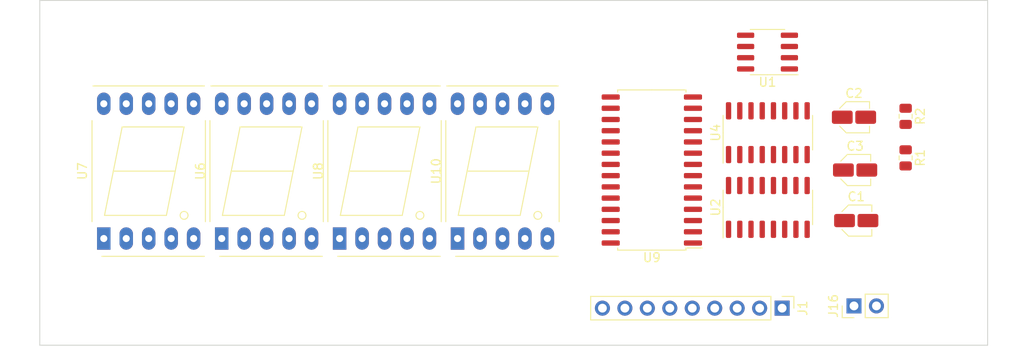
<source format=kicad_pcb>
(kicad_pcb (version 20171130) (host pcbnew "(5.1.9-0-10_14)")

  (general
    (thickness 1.6)
    (drawings 5)
    (tracks 0)
    (zones 0)
    (modules 19)
    (nets 39)
  )

  (page A4)
  (layers
    (0 F.Cu signal)
    (31 B.Cu signal)
    (32 B.Adhes user)
    (33 F.Adhes user)
    (34 B.Paste user)
    (35 F.Paste user)
    (36 B.SilkS user)
    (37 F.SilkS user)
    (38 B.Mask user)
    (39 F.Mask user)
    (40 Dwgs.User user)
    (41 Cmts.User user)
    (42 Eco1.User user)
    (43 Eco2.User user)
    (44 Edge.Cuts user)
    (45 Margin user)
    (46 B.CrtYd user)
    (47 F.CrtYd user)
    (48 B.Fab user)
    (49 F.Fab user)
  )

  (setup
    (last_trace_width 0.25)
    (user_trace_width 1.2)
    (trace_clearance 0.2)
    (zone_clearance 0.508)
    (zone_45_only no)
    (trace_min 0.2)
    (via_size 0.8)
    (via_drill 0.4)
    (via_min_size 0.4)
    (via_min_drill 0.3)
    (uvia_size 0.3)
    (uvia_drill 0.1)
    (uvias_allowed no)
    (uvia_min_size 0.2)
    (uvia_min_drill 0.1)
    (edge_width 0.1)
    (segment_width 0.2)
    (pcb_text_width 0.3)
    (pcb_text_size 1.5 1.5)
    (mod_edge_width 0.15)
    (mod_text_size 1 1)
    (mod_text_width 0.15)
    (pad_size 1.524 1.524)
    (pad_drill 0.762)
    (pad_to_mask_clearance 0)
    (aux_axis_origin 0 0)
    (visible_elements FFFFFF7F)
    (pcbplotparams
      (layerselection 0x010fc_ffffffff)
      (usegerberextensions false)
      (usegerberattributes true)
      (usegerberadvancedattributes true)
      (creategerberjobfile true)
      (excludeedgelayer true)
      (linewidth 0.100000)
      (plotframeref false)
      (viasonmask false)
      (mode 1)
      (useauxorigin false)
      (hpglpennumber 1)
      (hpglpenspeed 20)
      (hpglpendiameter 15.000000)
      (psnegative false)
      (psa4output false)
      (plotreference true)
      (plotvalue true)
      (plotinvisibletext false)
      (padsonsilk false)
      (subtractmaskfromsilk false)
      (outputformat 1)
      (mirror false)
      (drillshape 1)
      (scaleselection 1)
      (outputdirectory ""))
  )

  (net 0 "")
  (net 1 "Net-(C1-Pad2)")
  (net 2 GND)
  (net 3 "Net-(C2-Pad1)")
  (net 4 "Net-(R1-Pad1)")
  (net 5 VCC)
  (net 6 "Net-(U1-Pad4)")
  (net 7 /CLOCK_DISPLAY)
  (net 8 "Net-(U4-Pad7)")
  (net 9 "Net-(U10-Pad1)")
  (net 10 /F)
  (net 11 /G)
  (net 12 /E)
  (net 13 /D)
  (net 14 /DP)
  (net 15 /C)
  (net 16 /B)
  (net 17 /A)
  (net 18 /H)
  (net 19 "Net-(J1-Pad9)")
  (net 20 "Net-(J1-Pad8)")
  (net 21 "Net-(J1-Pad7)")
  (net 22 "Net-(J1-Pad6)")
  (net 23 "Net-(J1-Pad5)")
  (net 24 "Net-(J1-Pad4)")
  (net 25 "Net-(J1-Pad3)")
  (net 26 "Net-(J1-Pad2)")
  (net 27 "Net-(J1-Pad1)")
  (net 28 "Net-(U2-Pad10)")
  (net 29 "Net-(U2-Pad4)")
  (net 30 "Net-(U2-Pad7)")
  (net 31 "Net-(U4-Pad14)")
  (net 32 "Net-(U4-Pad13)")
  (net 33 "Net-(U4-Pad12)")
  (net 34 "Net-(U4-Pad11)")
  (net 35 "Net-(U4-Pad10)")
  (net 36 "Net-(U4-Pad9)")
  (net 37 "Net-(U9-Pad23)")
  (net 38 "Net-(U9-Pad2)")

  (net_class Default "This is the default net class."
    (clearance 0.2)
    (trace_width 0.25)
    (via_dia 0.8)
    (via_drill 0.4)
    (uvia_dia 0.3)
    (uvia_drill 0.1)
    (add_net /A)
    (add_net /B)
    (add_net /C)
    (add_net /CLOCK_DISPLAY)
    (add_net /D)
    (add_net /DP)
    (add_net /E)
    (add_net /F)
    (add_net /G)
    (add_net /H)
    (add_net GND)
    (add_net "Net-(C1-Pad2)")
    (add_net "Net-(C2-Pad1)")
    (add_net "Net-(J1-Pad1)")
    (add_net "Net-(J1-Pad2)")
    (add_net "Net-(J1-Pad3)")
    (add_net "Net-(J1-Pad4)")
    (add_net "Net-(J1-Pad5)")
    (add_net "Net-(J1-Pad6)")
    (add_net "Net-(J1-Pad7)")
    (add_net "Net-(J1-Pad8)")
    (add_net "Net-(J1-Pad9)")
    (add_net "Net-(R1-Pad1)")
    (add_net "Net-(U1-Pad4)")
    (add_net "Net-(U10-Pad1)")
    (add_net "Net-(U2-Pad10)")
    (add_net "Net-(U2-Pad4)")
    (add_net "Net-(U2-Pad7)")
    (add_net "Net-(U4-Pad10)")
    (add_net "Net-(U4-Pad11)")
    (add_net "Net-(U4-Pad12)")
    (add_net "Net-(U4-Pad13)")
    (add_net "Net-(U4-Pad14)")
    (add_net "Net-(U4-Pad7)")
    (add_net "Net-(U4-Pad9)")
    (add_net "Net-(U9-Pad2)")
    (add_net "Net-(U9-Pad23)")
    (add_net VCC)
  )

  (module MountingHole:MountingHole_2.5mm (layer F.Cu) (tedit 56D1B4CB) (tstamp 607E49CB)
    (at 119.761 97.282)
    (descr "Mounting Hole 2.5mm, no annular")
    (tags "mounting hole 2.5mm no annular")
    (attr virtual)
    (fp_text reference REF** (at 0 -3.5) (layer F.SilkS) hide
      (effects (font (size 1 1) (thickness 0.15)))
    )
    (fp_text value MountingHole_2.5mm (at 0 3.5) (layer F.Fab)
      (effects (font (size 1 1) (thickness 0.15)))
    )
    (fp_circle (center 0 0) (end 2.75 0) (layer F.CrtYd) (width 0.05))
    (fp_circle (center 0 0) (end 2.5 0) (layer Cmts.User) (width 0.15))
    (fp_text user %R (at 0.3 0) (layer F.Fab)
      (effects (font (size 1 1) (thickness 0.15)))
    )
    (pad 1 np_thru_hole circle (at 0 0) (size 2.5 2.5) (drill 2.5) (layers *.Cu *.Mask))
  )

  (module MountingHole:MountingHole_2.5mm (layer F.Cu) (tedit 56D1B4CB) (tstamp 607E49BD)
    (at 219.329 97.282)
    (descr "Mounting Hole 2.5mm, no annular")
    (tags "mounting hole 2.5mm no annular")
    (attr virtual)
    (fp_text reference REF** (at 0 -3.5) (layer F.SilkS) hide
      (effects (font (size 1 1) (thickness 0.15)))
    )
    (fp_text value MountingHole_2.5mm (at 0 3.5) (layer F.Fab)
      (effects (font (size 1 1) (thickness 0.15)))
    )
    (fp_text user %R (at 0.3 0) (layer F.Fab)
      (effects (font (size 1 1) (thickness 0.15)))
    )
    (fp_circle (center 0 0) (end 2.5 0) (layer Cmts.User) (width 0.15))
    (fp_circle (center 0 0) (end 2.75 0) (layer F.CrtYd) (width 0.05))
    (pad 1 np_thru_hole circle (at 0 0) (size 2.5 2.5) (drill 2.5) (layers *.Cu *.Mask))
  )

  (module MountingHole:MountingHole_2.5mm (layer F.Cu) (tedit 56D1B4CB) (tstamp 607E49AE)
    (at 219.329 65.786)
    (descr "Mounting Hole 2.5mm, no annular")
    (tags "mounting hole 2.5mm no annular")
    (attr virtual)
    (fp_text reference REF** (at 0 -3.5) (layer F.SilkS) hide
      (effects (font (size 1 1) (thickness 0.15)))
    )
    (fp_text value MountingHole_2.5mm (at 0 3.5) (layer F.Fab)
      (effects (font (size 1 1) (thickness 0.15)))
    )
    (fp_circle (center 0 0) (end 2.75 0) (layer F.CrtYd) (width 0.05))
    (fp_circle (center 0 0) (end 2.5 0) (layer Cmts.User) (width 0.15))
    (fp_text user %R (at 0.3 0) (layer F.Fab)
      (effects (font (size 1 1) (thickness 0.15)))
    )
    (pad 1 np_thru_hole circle (at 0 0) (size 2.5 2.5) (drill 2.5) (layers *.Cu *.Mask))
  )

  (module MountingHole:MountingHole_2.5mm (layer F.Cu) (tedit 56D1B4CB) (tstamp 607E4994)
    (at 119.634 65.659)
    (descr "Mounting Hole 2.5mm, no annular")
    (tags "mounting hole 2.5mm no annular")
    (attr virtual)
    (fp_text reference REF** (at 0 -3.5) (layer F.SilkS) hide
      (effects (font (size 1 1) (thickness 0.15)))
    )
    (fp_text value MountingHole_2.5mm (at 0 3.5) (layer F.Fab)
      (effects (font (size 1 1) (thickness 0.15)))
    )
    (fp_text user %R (at 0.3 0) (layer F.Fab)
      (effects (font (size 1 1) (thickness 0.15)))
    )
    (fp_circle (center 0 0) (end 2.5 0) (layer Cmts.User) (width 0.15))
    (fp_circle (center 0 0) (end 2.75 0) (layer F.CrtYd) (width 0.05))
    (pad 1 np_thru_hole circle (at 0 0) (size 2.5 2.5) (drill 2.5) (layers *.Cu *.Mask))
  )

  (module Resistor_SMD:R_0805_2012Metric (layer F.Cu) (tedit 5F68FEEE) (tstamp 607E4EB8)
    (at 213.995 75.0805 270)
    (descr "Resistor SMD 0805 (2012 Metric), square (rectangular) end terminal, IPC_7351 nominal, (Body size source: IPC-SM-782 page 72, https://www.pcb-3d.com/wordpress/wp-content/uploads/ipc-sm-782a_amendment_1_and_2.pdf), generated with kicad-footprint-generator")
    (tags resistor)
    (path /61313112)
    (attr smd)
    (fp_text reference R2 (at 0 -1.65 90) (layer F.SilkS)
      (effects (font (size 1 1) (thickness 0.15)))
    )
    (fp_text value R_US (at 0 1.65 90) (layer F.Fab)
      (effects (font (size 1 1) (thickness 0.15)))
    )
    (fp_text user %R (at 0 0 90) (layer F.Fab)
      (effects (font (size 0.5 0.5) (thickness 0.08)))
    )
    (fp_line (start -1 0.625) (end -1 -0.625) (layer F.Fab) (width 0.1))
    (fp_line (start -1 -0.625) (end 1 -0.625) (layer F.Fab) (width 0.1))
    (fp_line (start 1 -0.625) (end 1 0.625) (layer F.Fab) (width 0.1))
    (fp_line (start 1 0.625) (end -1 0.625) (layer F.Fab) (width 0.1))
    (fp_line (start -0.227064 -0.735) (end 0.227064 -0.735) (layer F.SilkS) (width 0.12))
    (fp_line (start -0.227064 0.735) (end 0.227064 0.735) (layer F.SilkS) (width 0.12))
    (fp_line (start -1.68 0.95) (end -1.68 -0.95) (layer F.CrtYd) (width 0.05))
    (fp_line (start -1.68 -0.95) (end 1.68 -0.95) (layer F.CrtYd) (width 0.05))
    (fp_line (start 1.68 -0.95) (end 1.68 0.95) (layer F.CrtYd) (width 0.05))
    (fp_line (start 1.68 0.95) (end -1.68 0.95) (layer F.CrtYd) (width 0.05))
    (pad 2 smd roundrect (at 0.9125 0 270) (size 1.025 1.4) (layers F.Cu F.Paste F.Mask) (roundrect_rratio 0.243902)
      (net 5 VCC))
    (pad 1 smd roundrect (at -0.9125 0 270) (size 1.025 1.4) (layers F.Cu F.Paste F.Mask) (roundrect_rratio 0.243902)
      (net 4 "Net-(R1-Pad1)"))
    (model ${KISYS3DMOD}/Resistor_SMD.3dshapes/R_0805_2012Metric.wrl
      (at (xyz 0 0 0))
      (scale (xyz 1 1 1))
      (rotate (xyz 0 0 0))
    )
  )

  (module Resistor_SMD:R_0805_2012Metric (layer F.Cu) (tedit 5F68FEEE) (tstamp 607E4EE8)
    (at 213.995 79.7795 270)
    (descr "Resistor SMD 0805 (2012 Metric), square (rectangular) end terminal, IPC_7351 nominal, (Body size source: IPC-SM-782 page 72, https://www.pcb-3d.com/wordpress/wp-content/uploads/ipc-sm-782a_amendment_1_and_2.pdf), generated with kicad-footprint-generator")
    (tags resistor)
    (path /613007A4)
    (attr smd)
    (fp_text reference R1 (at 0 -1.65 90) (layer F.SilkS)
      (effects (font (size 1 1) (thickness 0.15)))
    )
    (fp_text value R_US (at 0 1.65 90) (layer F.Fab)
      (effects (font (size 1 1) (thickness 0.15)))
    )
    (fp_text user %R (at 0 0 90) (layer F.Fab)
      (effects (font (size 0.5 0.5) (thickness 0.08)))
    )
    (fp_line (start -1 0.625) (end -1 -0.625) (layer F.Fab) (width 0.1))
    (fp_line (start -1 -0.625) (end 1 -0.625) (layer F.Fab) (width 0.1))
    (fp_line (start 1 -0.625) (end 1 0.625) (layer F.Fab) (width 0.1))
    (fp_line (start 1 0.625) (end -1 0.625) (layer F.Fab) (width 0.1))
    (fp_line (start -0.227064 -0.735) (end 0.227064 -0.735) (layer F.SilkS) (width 0.12))
    (fp_line (start -0.227064 0.735) (end 0.227064 0.735) (layer F.SilkS) (width 0.12))
    (fp_line (start -1.68 0.95) (end -1.68 -0.95) (layer F.CrtYd) (width 0.05))
    (fp_line (start -1.68 -0.95) (end 1.68 -0.95) (layer F.CrtYd) (width 0.05))
    (fp_line (start 1.68 -0.95) (end 1.68 0.95) (layer F.CrtYd) (width 0.05))
    (fp_line (start 1.68 0.95) (end -1.68 0.95) (layer F.CrtYd) (width 0.05))
    (pad 2 smd roundrect (at 0.9125 0 270) (size 1.025 1.4) (layers F.Cu F.Paste F.Mask) (roundrect_rratio 0.243902)
      (net 1 "Net-(C1-Pad2)"))
    (pad 1 smd roundrect (at -0.9125 0 270) (size 1.025 1.4) (layers F.Cu F.Paste F.Mask) (roundrect_rratio 0.243902)
      (net 4 "Net-(R1-Pad1)"))
    (model ${KISYS3DMOD}/Resistor_SMD.3dshapes/R_0805_2012Metric.wrl
      (at (xyz 0 0 0))
      (scale (xyz 1 1 1))
      (rotate (xyz 0 0 0))
    )
  )

  (module Display_7Segment:7SegmentLED_LTS6760_LTS6780 (layer F.Cu) (tedit 5D86971C) (tstamp 607E4A6F)
    (at 163.322 88.9 90)
    (descr "7-Segment Display, LTS67x0, http://optoelectronics.liteon.com/upload/download/DS30-2001-355/S6760jd.pdf")
    (tags "7Segment LED LTS6760 LTS6780")
    (path /611D7A6E)
    (fp_text reference U10 (at 7.62 -2.42 90) (layer F.SilkS)
      (effects (font (size 1 1) (thickness 0.15)))
    )
    (fp_text value HDSP-7503 (at 7.62 12.58 90) (layer F.Fab)
      (effects (font (size 1 1) (thickness 0.15)))
    )
    (fp_text user %R (at 7.87 5.08 90) (layer F.Fab)
      (effects (font (size 1 1) (thickness 0.15)))
    )
    (fp_line (start -0.905 -1.22) (end 17.145 -1.22) (layer F.Fab) (width 0.1))
    (fp_circle (center 2.62 9.08) (end 3.067214 9.08) (layer F.SilkS) (width 0.12))
    (fp_line (start 12.62 2.08) (end 12.62 9.08) (layer F.SilkS) (width 0.12))
    (fp_line (start 7.62 8.08) (end 7.62 1.08) (layer F.SilkS) (width 0.12))
    (fp_line (start 12.62 9.08) (end 7.62 8.08) (layer F.SilkS) (width 0.12))
    (fp_line (start 2.62 7.08) (end 7.62 8.08) (layer F.SilkS) (width 0.12))
    (fp_line (start 2.62 0.08) (end 2.62 7.08) (layer F.SilkS) (width 0.12))
    (fp_line (start 7.62 1.08) (end 2.62 0.08) (layer F.SilkS) (width 0.12))
    (fp_line (start 12.62 2.08) (end 7.62 1.08) (layer F.SilkS) (width 0.12))
    (fp_line (start -1.905 11.38) (end 17.145 11.38) (layer F.Fab) (width 0.1))
    (fp_line (start -1.905 -0.22) (end -1.905 11.38) (layer F.Fab) (width 0.1))
    (fp_line (start 17.145 11.38) (end 17.145 -1.22) (layer F.Fab) (width 0.1))
    (fp_line (start -0.905 -1.22) (end -1.905 -0.22) (layer F.Fab) (width 0.1))
    (fp_line (start -2.16 11.63) (end 17.4 11.63) (layer F.CrtYd) (width 0.05))
    (fp_line (start -2.16 -1.47) (end 17.4 -1.47) (layer F.CrtYd) (width 0.05))
    (fp_line (start 17.4 -1.47) (end 17.4 11.63) (layer F.CrtYd) (width 0.05))
    (fp_line (start -2.16 -1.47) (end -2.16 11.63) (layer F.CrtYd) (width 0.05))
    (fp_line (start 17.255 11.38) (end 17.255 -1.22) (layer F.SilkS) (width 0.12))
    (fp_line (start -2.015 -0.22) (end -2.015 11.38) (layer F.SilkS) (width 0.12))
    (fp_line (start 1.905 11.49) (end 13.335 11.49) (layer F.SilkS) (width 0.12))
    (fp_line (start 1.905 -1.33) (end 13.335 -1.33) (layer F.SilkS) (width 0.12))
    (pad 1 thru_hole rect (at 0 0) (size 1.524 2.524) (drill 0.8) (layers *.Cu *.Mask)
      (net 9 "Net-(U10-Pad1)"))
    (pad 2 thru_hole oval (at 0 2.54) (size 1.524 2.524) (drill 0.8) (layers *.Cu *.Mask)
      (net 10 /F))
    (pad 3 thru_hole oval (at 0 5.08) (size 1.524 2.524) (drill 0.8) (layers *.Cu *.Mask)
      (net 11 /G))
    (pad 4 thru_hole oval (at 0 7.62) (size 1.524 2.524) (drill 0.8) (layers *.Cu *.Mask)
      (net 12 /E))
    (pad 5 thru_hole oval (at 0 10.16) (size 1.524 2.524) (drill 0.8) (layers *.Cu *.Mask)
      (net 13 /D))
    (pad 6 thru_hole oval (at 15.24 10.16) (size 1.524 2.524) (drill 0.8) (layers *.Cu *.Mask)
      (net 9 "Net-(U10-Pad1)"))
    (pad 7 thru_hole oval (at 15.24 7.62) (size 1.524 2.524) (drill 0.8) (layers *.Cu *.Mask)
      (net 14 /DP))
    (pad 8 thru_hole oval (at 15.24 5.08) (size 1.524 2.524) (drill 0.8) (layers *.Cu *.Mask)
      (net 15 /C))
    (pad 9 thru_hole oval (at 15.24 2.54) (size 1.524 2.524) (drill 0.8) (layers *.Cu *.Mask)
      (net 16 /B))
    (pad 10 thru_hole oval (at 15.24 0) (size 1.524 2.524) (drill 0.8) (layers *.Cu *.Mask)
      (net 17 /A))
    (model ${KISYS3DMOD}/Display_7Segment.3dshapes/7SegmentLED_LTS6760_LTS6780.wrl
      (at (xyz 0 0 0))
      (scale (xyz 1 1 1))
      (rotate (xyz 0 0 0))
    )
  )

  (module Package_SO:SOIC-28W_7.5x17.9mm_P1.27mm (layer F.Cu) (tedit 5D9F72B1) (tstamp 607E30A0)
    (at 185.293 81.153 180)
    (descr "SOIC, 28 Pin (JEDEC MS-013AE, https://www.analog.com/media/en/package-pcb-resources/package/35833120341221rw_28.pdf), generated with kicad-footprint-generator ipc_gullwing_generator.py")
    (tags "SOIC SO")
    (path /611B6E4E)
    (attr smd)
    (fp_text reference U9 (at 0 -9.9) (layer F.SilkS)
      (effects (font (size 1 1) (thickness 0.15)))
    )
    (fp_text value AT28C256 (at 0 9.9) (layer F.Fab)
      (effects (font (size 1 1) (thickness 0.15)))
    )
    (fp_text user %R (at 0 0) (layer F.Fab)
      (effects (font (size 1 1) (thickness 0.15)))
    )
    (fp_line (start 0 9.06) (end 3.86 9.06) (layer F.SilkS) (width 0.12))
    (fp_line (start 3.86 9.06) (end 3.86 8.815) (layer F.SilkS) (width 0.12))
    (fp_line (start 0 9.06) (end -3.86 9.06) (layer F.SilkS) (width 0.12))
    (fp_line (start -3.86 9.06) (end -3.86 8.815) (layer F.SilkS) (width 0.12))
    (fp_line (start 0 -9.06) (end 3.86 -9.06) (layer F.SilkS) (width 0.12))
    (fp_line (start 3.86 -9.06) (end 3.86 -8.815) (layer F.SilkS) (width 0.12))
    (fp_line (start 0 -9.06) (end -3.86 -9.06) (layer F.SilkS) (width 0.12))
    (fp_line (start -3.86 -9.06) (end -3.86 -8.815) (layer F.SilkS) (width 0.12))
    (fp_line (start -3.86 -8.815) (end -5.675 -8.815) (layer F.SilkS) (width 0.12))
    (fp_line (start -2.75 -8.95) (end 3.75 -8.95) (layer F.Fab) (width 0.1))
    (fp_line (start 3.75 -8.95) (end 3.75 8.95) (layer F.Fab) (width 0.1))
    (fp_line (start 3.75 8.95) (end -3.75 8.95) (layer F.Fab) (width 0.1))
    (fp_line (start -3.75 8.95) (end -3.75 -7.95) (layer F.Fab) (width 0.1))
    (fp_line (start -3.75 -7.95) (end -2.75 -8.95) (layer F.Fab) (width 0.1))
    (fp_line (start -5.93 -9.2) (end -5.93 9.2) (layer F.CrtYd) (width 0.05))
    (fp_line (start -5.93 9.2) (end 5.93 9.2) (layer F.CrtYd) (width 0.05))
    (fp_line (start 5.93 9.2) (end 5.93 -9.2) (layer F.CrtYd) (width 0.05))
    (fp_line (start 5.93 -9.2) (end -5.93 -9.2) (layer F.CrtYd) (width 0.05))
    (pad 28 smd roundrect (at 4.65 -8.255 180) (size 2.05 0.6) (layers F.Cu F.Paste F.Mask) (roundrect_rratio 0.25)
      (net 5 VCC))
    (pad 27 smd roundrect (at 4.65 -6.985 180) (size 2.05 0.6) (layers F.Cu F.Paste F.Mask) (roundrect_rratio 0.25)
      (net 5 VCC))
    (pad 26 smd roundrect (at 4.65 -5.715 180) (size 2.05 0.6) (layers F.Cu F.Paste F.Mask) (roundrect_rratio 0.25))
    (pad 25 smd roundrect (at 4.65 -4.445 180) (size 2.05 0.6) (layers F.Cu F.Paste F.Mask) (roundrect_rratio 0.25)
      (net 19 "Net-(J1-Pad9)"))
    (pad 24 smd roundrect (at 4.65 -3.175 180) (size 2.05 0.6) (layers F.Cu F.Paste F.Mask) (roundrect_rratio 0.25)
      (net 29 "Net-(U2-Pad4)"))
    (pad 23 smd roundrect (at 4.65 -1.905 180) (size 2.05 0.6) (layers F.Cu F.Paste F.Mask) (roundrect_rratio 0.25)
      (net 37 "Net-(U9-Pad23)"))
    (pad 22 smd roundrect (at 4.65 -0.635 180) (size 2.05 0.6) (layers F.Cu F.Paste F.Mask) (roundrect_rratio 0.25)
      (net 2 GND))
    (pad 21 smd roundrect (at 4.65 0.635 180) (size 2.05 0.6) (layers F.Cu F.Paste F.Mask) (roundrect_rratio 0.25)
      (net 5 VCC))
    (pad 20 smd roundrect (at 4.65 1.905 180) (size 2.05 0.6) (layers F.Cu F.Paste F.Mask) (roundrect_rratio 0.25)
      (net 2 GND))
    (pad 19 smd roundrect (at 4.65 3.175 180) (size 2.05 0.6) (layers F.Cu F.Paste F.Mask) (roundrect_rratio 0.25)
      (net 18 /H))
    (pad 18 smd roundrect (at 4.65 4.445 180) (size 2.05 0.6) (layers F.Cu F.Paste F.Mask) (roundrect_rratio 0.25)
      (net 11 /G))
    (pad 17 smd roundrect (at 4.65 5.715 180) (size 2.05 0.6) (layers F.Cu F.Paste F.Mask) (roundrect_rratio 0.25)
      (net 10 /F))
    (pad 16 smd roundrect (at 4.65 6.985 180) (size 2.05 0.6) (layers F.Cu F.Paste F.Mask) (roundrect_rratio 0.25)
      (net 12 /E))
    (pad 15 smd roundrect (at 4.65 8.255 180) (size 2.05 0.6) (layers F.Cu F.Paste F.Mask) (roundrect_rratio 0.25)
      (net 13 /D))
    (pad 14 smd roundrect (at -4.65 8.255 180) (size 2.05 0.6) (layers F.Cu F.Paste F.Mask) (roundrect_rratio 0.25)
      (net 2 GND))
    (pad 13 smd roundrect (at -4.65 6.985 180) (size 2.05 0.6) (layers F.Cu F.Paste F.Mask) (roundrect_rratio 0.25)
      (net 15 /C))
    (pad 12 smd roundrect (at -4.65 5.715 180) (size 2.05 0.6) (layers F.Cu F.Paste F.Mask) (roundrect_rratio 0.25)
      (net 16 /B))
    (pad 11 smd roundrect (at -4.65 4.445 180) (size 2.05 0.6) (layers F.Cu F.Paste F.Mask) (roundrect_rratio 0.25)
      (net 17 /A))
    (pad 10 smd roundrect (at -4.65 3.175 180) (size 2.05 0.6) (layers F.Cu F.Paste F.Mask) (roundrect_rratio 0.25)
      (net 27 "Net-(J1-Pad1)"))
    (pad 9 smd roundrect (at -4.65 1.905 180) (size 2.05 0.6) (layers F.Cu F.Paste F.Mask) (roundrect_rratio 0.25)
      (net 26 "Net-(J1-Pad2)"))
    (pad 8 smd roundrect (at -4.65 0.635 180) (size 2.05 0.6) (layers F.Cu F.Paste F.Mask) (roundrect_rratio 0.25)
      (net 25 "Net-(J1-Pad3)"))
    (pad 7 smd roundrect (at -4.65 -0.635 180) (size 2.05 0.6) (layers F.Cu F.Paste F.Mask) (roundrect_rratio 0.25)
      (net 24 "Net-(J1-Pad4)"))
    (pad 6 smd roundrect (at -4.65 -1.905 180) (size 2.05 0.6) (layers F.Cu F.Paste F.Mask) (roundrect_rratio 0.25)
      (net 23 "Net-(J1-Pad5)"))
    (pad 5 smd roundrect (at -4.65 -3.175 180) (size 2.05 0.6) (layers F.Cu F.Paste F.Mask) (roundrect_rratio 0.25)
      (net 22 "Net-(J1-Pad6)"))
    (pad 4 smd roundrect (at -4.65 -4.445 180) (size 2.05 0.6) (layers F.Cu F.Paste F.Mask) (roundrect_rratio 0.25)
      (net 21 "Net-(J1-Pad7)"))
    (pad 3 smd roundrect (at -4.65 -5.715 180) (size 2.05 0.6) (layers F.Cu F.Paste F.Mask) (roundrect_rratio 0.25)
      (net 20 "Net-(J1-Pad8)"))
    (pad 2 smd roundrect (at -4.65 -6.985 180) (size 2.05 0.6) (layers F.Cu F.Paste F.Mask) (roundrect_rratio 0.25)
      (net 38 "Net-(U9-Pad2)"))
    (pad 1 smd roundrect (at -4.65 -8.255 180) (size 2.05 0.6) (layers F.Cu F.Paste F.Mask) (roundrect_rratio 0.25))
    (model ${KISYS3DMOD}/Package_SO.3dshapes/SOIC-28W_7.5x17.9mm_P1.27mm.wrl
      (at (xyz 0 0 0))
      (scale (xyz 1 1 1))
      (rotate (xyz 0 0 0))
    )
  )

  (module Display_7Segment:7SegmentLED_LTS6760_LTS6780 (layer F.Cu) (tedit 5D86971C) (tstamp 607E306D)
    (at 149.987 88.9 90)
    (descr "7-Segment Display, LTS67x0, http://optoelectronics.liteon.com/upload/download/DS30-2001-355/S6760jd.pdf")
    (tags "7Segment LED LTS6760 LTS6780")
    (path /611D6A0B)
    (fp_text reference U8 (at 7.62 -2.42 90) (layer F.SilkS)
      (effects (font (size 1 1) (thickness 0.15)))
    )
    (fp_text value HDSP-7503 (at 7.62 12.58 90) (layer F.Fab)
      (effects (font (size 1 1) (thickness 0.15)))
    )
    (fp_text user %R (at 7.87 5.08 90) (layer F.Fab)
      (effects (font (size 1 1) (thickness 0.15)))
    )
    (fp_line (start -0.905 -1.22) (end 17.145 -1.22) (layer F.Fab) (width 0.1))
    (fp_circle (center 2.62 9.08) (end 3.067214 9.08) (layer F.SilkS) (width 0.12))
    (fp_line (start 12.62 2.08) (end 12.62 9.08) (layer F.SilkS) (width 0.12))
    (fp_line (start 7.62 8.08) (end 7.62 1.08) (layer F.SilkS) (width 0.12))
    (fp_line (start 12.62 9.08) (end 7.62 8.08) (layer F.SilkS) (width 0.12))
    (fp_line (start 2.62 7.08) (end 7.62 8.08) (layer F.SilkS) (width 0.12))
    (fp_line (start 2.62 0.08) (end 2.62 7.08) (layer F.SilkS) (width 0.12))
    (fp_line (start 7.62 1.08) (end 2.62 0.08) (layer F.SilkS) (width 0.12))
    (fp_line (start 12.62 2.08) (end 7.62 1.08) (layer F.SilkS) (width 0.12))
    (fp_line (start -1.905 11.38) (end 17.145 11.38) (layer F.Fab) (width 0.1))
    (fp_line (start -1.905 -0.22) (end -1.905 11.38) (layer F.Fab) (width 0.1))
    (fp_line (start 17.145 11.38) (end 17.145 -1.22) (layer F.Fab) (width 0.1))
    (fp_line (start -0.905 -1.22) (end -1.905 -0.22) (layer F.Fab) (width 0.1))
    (fp_line (start -2.16 11.63) (end 17.4 11.63) (layer F.CrtYd) (width 0.05))
    (fp_line (start -2.16 -1.47) (end 17.4 -1.47) (layer F.CrtYd) (width 0.05))
    (fp_line (start 17.4 -1.47) (end 17.4 11.63) (layer F.CrtYd) (width 0.05))
    (fp_line (start -2.16 -1.47) (end -2.16 11.63) (layer F.CrtYd) (width 0.05))
    (fp_line (start 17.255 11.38) (end 17.255 -1.22) (layer F.SilkS) (width 0.12))
    (fp_line (start -2.015 -0.22) (end -2.015 11.38) (layer F.SilkS) (width 0.12))
    (fp_line (start 1.905 11.49) (end 13.335 11.49) (layer F.SilkS) (width 0.12))
    (fp_line (start 1.905 -1.33) (end 13.335 -1.33) (layer F.SilkS) (width 0.12))
    (pad 1 thru_hole rect (at 0 0) (size 1.524 2.524) (drill 0.8) (layers *.Cu *.Mask)
      (net 31 "Net-(U4-Pad14)"))
    (pad 2 thru_hole oval (at 0 2.54) (size 1.524 2.524) (drill 0.8) (layers *.Cu *.Mask)
      (net 10 /F))
    (pad 3 thru_hole oval (at 0 5.08) (size 1.524 2.524) (drill 0.8) (layers *.Cu *.Mask)
      (net 11 /G))
    (pad 4 thru_hole oval (at 0 7.62) (size 1.524 2.524) (drill 0.8) (layers *.Cu *.Mask)
      (net 12 /E))
    (pad 5 thru_hole oval (at 0 10.16) (size 1.524 2.524) (drill 0.8) (layers *.Cu *.Mask)
      (net 13 /D))
    (pad 6 thru_hole oval (at 15.24 10.16) (size 1.524 2.524) (drill 0.8) (layers *.Cu *.Mask)
      (net 31 "Net-(U4-Pad14)"))
    (pad 7 thru_hole oval (at 15.24 7.62) (size 1.524 2.524) (drill 0.8) (layers *.Cu *.Mask)
      (net 14 /DP))
    (pad 8 thru_hole oval (at 15.24 5.08) (size 1.524 2.524) (drill 0.8) (layers *.Cu *.Mask)
      (net 15 /C))
    (pad 9 thru_hole oval (at 15.24 2.54) (size 1.524 2.524) (drill 0.8) (layers *.Cu *.Mask)
      (net 16 /B))
    (pad 10 thru_hole oval (at 15.24 0) (size 1.524 2.524) (drill 0.8) (layers *.Cu *.Mask)
      (net 17 /A))
    (model ${KISYS3DMOD}/Display_7Segment.3dshapes/7SegmentLED_LTS6760_LTS6780.wrl
      (at (xyz 0 0 0))
      (scale (xyz 1 1 1))
      (rotate (xyz 0 0 0))
    )
  )

  (module Display_7Segment:7SegmentLED_LTS6760_LTS6780 (layer F.Cu) (tedit 5D86971C) (tstamp 607E3049)
    (at 123.317 88.9 90)
    (descr "7-Segment Display, LTS67x0, http://optoelectronics.liteon.com/upload/download/DS30-2001-355/S6760jd.pdf")
    (tags "7Segment LED LTS6760 LTS6780")
    (path /611D5B8F)
    (fp_text reference U7 (at 7.62 -2.42 90) (layer F.SilkS)
      (effects (font (size 1 1) (thickness 0.15)))
    )
    (fp_text value HDSP-7503 (at 7.62 12.58 90) (layer F.Fab)
      (effects (font (size 1 1) (thickness 0.15)))
    )
    (fp_text user %R (at 7.87 5.08 90) (layer F.Fab)
      (effects (font (size 1 1) (thickness 0.15)))
    )
    (fp_line (start -0.905 -1.22) (end 17.145 -1.22) (layer F.Fab) (width 0.1))
    (fp_circle (center 2.62 9.08) (end 3.067214 9.08) (layer F.SilkS) (width 0.12))
    (fp_line (start 12.62 2.08) (end 12.62 9.08) (layer F.SilkS) (width 0.12))
    (fp_line (start 7.62 8.08) (end 7.62 1.08) (layer F.SilkS) (width 0.12))
    (fp_line (start 12.62 9.08) (end 7.62 8.08) (layer F.SilkS) (width 0.12))
    (fp_line (start 2.62 7.08) (end 7.62 8.08) (layer F.SilkS) (width 0.12))
    (fp_line (start 2.62 0.08) (end 2.62 7.08) (layer F.SilkS) (width 0.12))
    (fp_line (start 7.62 1.08) (end 2.62 0.08) (layer F.SilkS) (width 0.12))
    (fp_line (start 12.62 2.08) (end 7.62 1.08) (layer F.SilkS) (width 0.12))
    (fp_line (start -1.905 11.38) (end 17.145 11.38) (layer F.Fab) (width 0.1))
    (fp_line (start -1.905 -0.22) (end -1.905 11.38) (layer F.Fab) (width 0.1))
    (fp_line (start 17.145 11.38) (end 17.145 -1.22) (layer F.Fab) (width 0.1))
    (fp_line (start -0.905 -1.22) (end -1.905 -0.22) (layer F.Fab) (width 0.1))
    (fp_line (start -2.16 11.63) (end 17.4 11.63) (layer F.CrtYd) (width 0.05))
    (fp_line (start -2.16 -1.47) (end 17.4 -1.47) (layer F.CrtYd) (width 0.05))
    (fp_line (start 17.4 -1.47) (end 17.4 11.63) (layer F.CrtYd) (width 0.05))
    (fp_line (start -2.16 -1.47) (end -2.16 11.63) (layer F.CrtYd) (width 0.05))
    (fp_line (start 17.255 11.38) (end 17.255 -1.22) (layer F.SilkS) (width 0.12))
    (fp_line (start -2.015 -0.22) (end -2.015 11.38) (layer F.SilkS) (width 0.12))
    (fp_line (start 1.905 11.49) (end 13.335 11.49) (layer F.SilkS) (width 0.12))
    (fp_line (start 1.905 -1.33) (end 13.335 -1.33) (layer F.SilkS) (width 0.12))
    (pad 1 thru_hole rect (at 0 0) (size 1.524 2.524) (drill 0.8) (layers *.Cu *.Mask)
      (net 32 "Net-(U4-Pad13)"))
    (pad 2 thru_hole oval (at 0 2.54) (size 1.524 2.524) (drill 0.8) (layers *.Cu *.Mask)
      (net 10 /F))
    (pad 3 thru_hole oval (at 0 5.08) (size 1.524 2.524) (drill 0.8) (layers *.Cu *.Mask)
      (net 11 /G))
    (pad 4 thru_hole oval (at 0 7.62) (size 1.524 2.524) (drill 0.8) (layers *.Cu *.Mask)
      (net 12 /E))
    (pad 5 thru_hole oval (at 0 10.16) (size 1.524 2.524) (drill 0.8) (layers *.Cu *.Mask)
      (net 13 /D))
    (pad 6 thru_hole oval (at 15.24 10.16) (size 1.524 2.524) (drill 0.8) (layers *.Cu *.Mask)
      (net 32 "Net-(U4-Pad13)"))
    (pad 7 thru_hole oval (at 15.24 7.62) (size 1.524 2.524) (drill 0.8) (layers *.Cu *.Mask)
      (net 14 /DP))
    (pad 8 thru_hole oval (at 15.24 5.08) (size 1.524 2.524) (drill 0.8) (layers *.Cu *.Mask)
      (net 15 /C))
    (pad 9 thru_hole oval (at 15.24 2.54) (size 1.524 2.524) (drill 0.8) (layers *.Cu *.Mask)
      (net 16 /B))
    (pad 10 thru_hole oval (at 15.24 0) (size 1.524 2.524) (drill 0.8) (layers *.Cu *.Mask)
      (net 17 /A))
    (model ${KISYS3DMOD}/Display_7Segment.3dshapes/7SegmentLED_LTS6760_LTS6780.wrl
      (at (xyz 0 0 0))
      (scale (xyz 1 1 1))
      (rotate (xyz 0 0 0))
    )
  )

  (module Display_7Segment:7SegmentLED_LTS6760_LTS6780 (layer F.Cu) (tedit 5D86971C) (tstamp 607E3025)
    (at 136.652 88.9 90)
    (descr "7-Segment Display, LTS67x0, http://optoelectronics.liteon.com/upload/download/DS30-2001-355/S6760jd.pdf")
    (tags "7Segment LED LTS6760 LTS6780")
    (path /611D415F)
    (fp_text reference U6 (at 7.62 -2.42 90) (layer F.SilkS)
      (effects (font (size 1 1) (thickness 0.15)))
    )
    (fp_text value HDSP-7503 (at 7.62 12.58 90) (layer F.Fab)
      (effects (font (size 1 1) (thickness 0.15)))
    )
    (fp_text user %R (at 7.87 5.08 90) (layer F.Fab)
      (effects (font (size 1 1) (thickness 0.15)))
    )
    (fp_line (start -0.905 -1.22) (end 17.145 -1.22) (layer F.Fab) (width 0.1))
    (fp_circle (center 2.62 9.08) (end 3.067214 9.08) (layer F.SilkS) (width 0.12))
    (fp_line (start 12.62 2.08) (end 12.62 9.08) (layer F.SilkS) (width 0.12))
    (fp_line (start 7.62 8.08) (end 7.62 1.08) (layer F.SilkS) (width 0.12))
    (fp_line (start 12.62 9.08) (end 7.62 8.08) (layer F.SilkS) (width 0.12))
    (fp_line (start 2.62 7.08) (end 7.62 8.08) (layer F.SilkS) (width 0.12))
    (fp_line (start 2.62 0.08) (end 2.62 7.08) (layer F.SilkS) (width 0.12))
    (fp_line (start 7.62 1.08) (end 2.62 0.08) (layer F.SilkS) (width 0.12))
    (fp_line (start 12.62 2.08) (end 7.62 1.08) (layer F.SilkS) (width 0.12))
    (fp_line (start -1.905 11.38) (end 17.145 11.38) (layer F.Fab) (width 0.1))
    (fp_line (start -1.905 -0.22) (end -1.905 11.38) (layer F.Fab) (width 0.1))
    (fp_line (start 17.145 11.38) (end 17.145 -1.22) (layer F.Fab) (width 0.1))
    (fp_line (start -0.905 -1.22) (end -1.905 -0.22) (layer F.Fab) (width 0.1))
    (fp_line (start -2.16 11.63) (end 17.4 11.63) (layer F.CrtYd) (width 0.05))
    (fp_line (start -2.16 -1.47) (end 17.4 -1.47) (layer F.CrtYd) (width 0.05))
    (fp_line (start 17.4 -1.47) (end 17.4 11.63) (layer F.CrtYd) (width 0.05))
    (fp_line (start -2.16 -1.47) (end -2.16 11.63) (layer F.CrtYd) (width 0.05))
    (fp_line (start 17.255 11.38) (end 17.255 -1.22) (layer F.SilkS) (width 0.12))
    (fp_line (start -2.015 -0.22) (end -2.015 11.38) (layer F.SilkS) (width 0.12))
    (fp_line (start 1.905 11.49) (end 13.335 11.49) (layer F.SilkS) (width 0.12))
    (fp_line (start 1.905 -1.33) (end 13.335 -1.33) (layer F.SilkS) (width 0.12))
    (pad 1 thru_hole rect (at 0 0) (size 1.524 2.524) (drill 0.8) (layers *.Cu *.Mask)
      (net 33 "Net-(U4-Pad12)"))
    (pad 2 thru_hole oval (at 0 2.54) (size 1.524 2.524) (drill 0.8) (layers *.Cu *.Mask)
      (net 10 /F))
    (pad 3 thru_hole oval (at 0 5.08) (size 1.524 2.524) (drill 0.8) (layers *.Cu *.Mask)
      (net 11 /G))
    (pad 4 thru_hole oval (at 0 7.62) (size 1.524 2.524) (drill 0.8) (layers *.Cu *.Mask)
      (net 12 /E))
    (pad 5 thru_hole oval (at 0 10.16) (size 1.524 2.524) (drill 0.8) (layers *.Cu *.Mask)
      (net 13 /D))
    (pad 6 thru_hole oval (at 15.24 10.16) (size 1.524 2.524) (drill 0.8) (layers *.Cu *.Mask)
      (net 33 "Net-(U4-Pad12)"))
    (pad 7 thru_hole oval (at 15.24 7.62) (size 1.524 2.524) (drill 0.8) (layers *.Cu *.Mask)
      (net 14 /DP))
    (pad 8 thru_hole oval (at 15.24 5.08) (size 1.524 2.524) (drill 0.8) (layers *.Cu *.Mask)
      (net 15 /C))
    (pad 9 thru_hole oval (at 15.24 2.54) (size 1.524 2.524) (drill 0.8) (layers *.Cu *.Mask)
      (net 16 /B))
    (pad 10 thru_hole oval (at 15.24 0) (size 1.524 2.524) (drill 0.8) (layers *.Cu *.Mask)
      (net 17 /A))
    (model ${KISYS3DMOD}/Display_7Segment.3dshapes/7SegmentLED_LTS6760_LTS6780.wrl
      (at (xyz 0 0 0))
      (scale (xyz 1 1 1))
      (rotate (xyz 0 0 0))
    )
  )

  (module Package_SO:SOIC-16_3.9x9.9mm_P1.27mm (layer F.Cu) (tedit 5D9F72B1) (tstamp 607E4CA1)
    (at 198.412 76.931 90)
    (descr "SOIC, 16 Pin (JEDEC MS-012AC, https://www.analog.com/media/en/package-pcb-resources/package/pkg_pdf/soic_narrow-r/r_16.pdf), generated with kicad-footprint-generator ipc_gullwing_generator.py")
    (tags "SOIC SO")
    (path /611CFFAE)
    (attr smd)
    (fp_text reference U4 (at 0 -5.9 90) (layer F.SilkS)
      (effects (font (size 1 1) (thickness 0.15)))
    )
    (fp_text value 74LS139 (at 0 5.9 90) (layer F.Fab)
      (effects (font (size 1 1) (thickness 0.15)))
    )
    (fp_text user %R (at 0 0 90) (layer F.Fab)
      (effects (font (size 0.98 0.98) (thickness 0.15)))
    )
    (fp_line (start 0 5.06) (end 1.95 5.06) (layer F.SilkS) (width 0.12))
    (fp_line (start 0 5.06) (end -1.95 5.06) (layer F.SilkS) (width 0.12))
    (fp_line (start 0 -5.06) (end 1.95 -5.06) (layer F.SilkS) (width 0.12))
    (fp_line (start 0 -5.06) (end -3.45 -5.06) (layer F.SilkS) (width 0.12))
    (fp_line (start -0.975 -4.95) (end 1.95 -4.95) (layer F.Fab) (width 0.1))
    (fp_line (start 1.95 -4.95) (end 1.95 4.95) (layer F.Fab) (width 0.1))
    (fp_line (start 1.95 4.95) (end -1.95 4.95) (layer F.Fab) (width 0.1))
    (fp_line (start -1.95 4.95) (end -1.95 -3.975) (layer F.Fab) (width 0.1))
    (fp_line (start -1.95 -3.975) (end -0.975 -4.95) (layer F.Fab) (width 0.1))
    (fp_line (start -3.7 -5.2) (end -3.7 5.2) (layer F.CrtYd) (width 0.05))
    (fp_line (start -3.7 5.2) (end 3.7 5.2) (layer F.CrtYd) (width 0.05))
    (fp_line (start 3.7 5.2) (end 3.7 -5.2) (layer F.CrtYd) (width 0.05))
    (fp_line (start 3.7 -5.2) (end -3.7 -5.2) (layer F.CrtYd) (width 0.05))
    (pad 16 smd roundrect (at 2.475 -4.445 90) (size 1.95 0.6) (layers F.Cu F.Paste F.Mask) (roundrect_rratio 0.25)
      (net 5 VCC))
    (pad 15 smd roundrect (at 2.475 -3.175 90) (size 1.95 0.6) (layers F.Cu F.Paste F.Mask) (roundrect_rratio 0.25)
      (net 9 "Net-(U10-Pad1)"))
    (pad 14 smd roundrect (at 2.475 -1.905 90) (size 1.95 0.6) (layers F.Cu F.Paste F.Mask) (roundrect_rratio 0.25)
      (net 31 "Net-(U4-Pad14)"))
    (pad 13 smd roundrect (at 2.475 -0.635 90) (size 1.95 0.6) (layers F.Cu F.Paste F.Mask) (roundrect_rratio 0.25)
      (net 32 "Net-(U4-Pad13)"))
    (pad 12 smd roundrect (at 2.475 0.635 90) (size 1.95 0.6) (layers F.Cu F.Paste F.Mask) (roundrect_rratio 0.25)
      (net 33 "Net-(U4-Pad12)"))
    (pad 11 smd roundrect (at 2.475 1.905 90) (size 1.95 0.6) (layers F.Cu F.Paste F.Mask) (roundrect_rratio 0.25)
      (net 34 "Net-(U4-Pad11)"))
    (pad 10 smd roundrect (at 2.475 3.175 90) (size 1.95 0.6) (layers F.Cu F.Paste F.Mask) (roundrect_rratio 0.25)
      (net 35 "Net-(U4-Pad10)"))
    (pad 9 smd roundrect (at 2.475 4.445 90) (size 1.95 0.6) (layers F.Cu F.Paste F.Mask) (roundrect_rratio 0.25)
      (net 36 "Net-(U4-Pad9)"))
    (pad 8 smd roundrect (at -2.475 4.445 90) (size 1.95 0.6) (layers F.Cu F.Paste F.Mask) (roundrect_rratio 0.25)
      (net 2 GND))
    (pad 7 smd roundrect (at -2.475 3.175 90) (size 1.95 0.6) (layers F.Cu F.Paste F.Mask) (roundrect_rratio 0.25)
      (net 8 "Net-(U4-Pad7)"))
    (pad 6 smd roundrect (at -2.475 1.905 90) (size 1.95 0.6) (layers F.Cu F.Paste F.Mask) (roundrect_rratio 0.25)
      (net 5 VCC))
    (pad 5 smd roundrect (at -2.475 0.635 90) (size 1.95 0.6) (layers F.Cu F.Paste F.Mask) (roundrect_rratio 0.25)
      (net 2 GND))
    (pad 4 smd roundrect (at -2.475 -0.635 90) (size 1.95 0.6) (layers F.Cu F.Paste F.Mask) (roundrect_rratio 0.25)
      (net 2 GND))
    (pad 3 smd roundrect (at -2.475 -1.905 90) (size 1.95 0.6) (layers F.Cu F.Paste F.Mask) (roundrect_rratio 0.25)
      (net 2 GND))
    (pad 2 smd roundrect (at -2.475 -3.175 90) (size 1.95 0.6) (layers F.Cu F.Paste F.Mask) (roundrect_rratio 0.25)
      (net 5 VCC))
    (pad 1 smd roundrect (at -2.475 -4.445 90) (size 1.95 0.6) (layers F.Cu F.Paste F.Mask) (roundrect_rratio 0.25)
      (net 29 "Net-(U2-Pad4)"))
    (model ${KISYS3DMOD}/Package_SO.3dshapes/SOIC-16_3.9x9.9mm_P1.27mm.wrl
      (at (xyz 0 0 0))
      (scale (xyz 1 1 1))
      (rotate (xyz 0 0 0))
    )
  )

  (module Package_SO:SOIC-16_3.9x9.9mm_P1.27mm (layer F.Cu) (tedit 5D9F72B1) (tstamp 607E4DBE)
    (at 198.412 85.381 90)
    (descr "SOIC, 16 Pin (JEDEC MS-012AC, https://www.analog.com/media/en/package-pcb-resources/package/pkg_pdf/soic_narrow-r/r_16.pdf), generated with kicad-footprint-generator ipc_gullwing_generator.py")
    (tags "SOIC SO")
    (path /611BB964)
    (attr smd)
    (fp_text reference U2 (at 0 -5.9 90) (layer F.SilkS)
      (effects (font (size 1 1) (thickness 0.15)))
    )
    (fp_text value 74LS76 (at 0 5.9 90) (layer F.Fab)
      (effects (font (size 1 1) (thickness 0.15)))
    )
    (fp_text user %R (at 0 0 90) (layer F.Fab)
      (effects (font (size 0.98 0.98) (thickness 0.15)))
    )
    (fp_line (start 0 5.06) (end 1.95 5.06) (layer F.SilkS) (width 0.12))
    (fp_line (start 0 5.06) (end -1.95 5.06) (layer F.SilkS) (width 0.12))
    (fp_line (start 0 -5.06) (end 1.95 -5.06) (layer F.SilkS) (width 0.12))
    (fp_line (start 0 -5.06) (end -3.45 -5.06) (layer F.SilkS) (width 0.12))
    (fp_line (start -0.975 -4.95) (end 1.95 -4.95) (layer F.Fab) (width 0.1))
    (fp_line (start 1.95 -4.95) (end 1.95 4.95) (layer F.Fab) (width 0.1))
    (fp_line (start 1.95 4.95) (end -1.95 4.95) (layer F.Fab) (width 0.1))
    (fp_line (start -1.95 4.95) (end -1.95 -3.975) (layer F.Fab) (width 0.1))
    (fp_line (start -1.95 -3.975) (end -0.975 -4.95) (layer F.Fab) (width 0.1))
    (fp_line (start -3.7 -5.2) (end -3.7 5.2) (layer F.CrtYd) (width 0.05))
    (fp_line (start -3.7 5.2) (end 3.7 5.2) (layer F.CrtYd) (width 0.05))
    (fp_line (start 3.7 5.2) (end 3.7 -5.2) (layer F.CrtYd) (width 0.05))
    (fp_line (start 3.7 -5.2) (end -3.7 -5.2) (layer F.CrtYd) (width 0.05))
    (pad 16 smd roundrect (at 2.475 -4.445 90) (size 1.95 0.6) (layers F.Cu F.Paste F.Mask) (roundrect_rratio 0.25)
      (net 5 VCC))
    (pad 15 smd roundrect (at 2.475 -3.175 90) (size 1.95 0.6) (layers F.Cu F.Paste F.Mask) (roundrect_rratio 0.25)
      (net 5 VCC))
    (pad 14 smd roundrect (at 2.475 -1.905 90) (size 1.95 0.6) (layers F.Cu F.Paste F.Mask) (roundrect_rratio 0.25)
      (net 5 VCC))
    (pad 13 smd roundrect (at 2.475 -0.635 90) (size 1.95 0.6) (layers F.Cu F.Paste F.Mask) (roundrect_rratio 0.25)
      (net 5 VCC))
    (pad 12 smd roundrect (at 2.475 0.635 90) (size 1.95 0.6) (layers F.Cu F.Paste F.Mask) (roundrect_rratio 0.25)
      (net 7 /CLOCK_DISPLAY))
    (pad 11 smd roundrect (at 2.475 1.905 90) (size 1.95 0.6) (layers F.Cu F.Paste F.Mask) (roundrect_rratio 0.25)
      (net 5 VCC))
    (pad 10 smd roundrect (at 2.475 3.175 90) (size 1.95 0.6) (layers F.Cu F.Paste F.Mask) (roundrect_rratio 0.25)
      (net 28 "Net-(U2-Pad10)"))
    (pad 9 smd roundrect (at 2.475 4.445 90) (size 1.95 0.6) (layers F.Cu F.Paste F.Mask) (roundrect_rratio 0.25)
      (net 29 "Net-(U2-Pad4)"))
    (pad 8 smd roundrect (at -2.475 4.445 90) (size 1.95 0.6) (layers F.Cu F.Paste F.Mask) (roundrect_rratio 0.25)
      (net 2 GND))
    (pad 7 smd roundrect (at -2.475 3.175 90) (size 1.95 0.6) (layers F.Cu F.Paste F.Mask) (roundrect_rratio 0.25)
      (net 30 "Net-(U2-Pad7)"))
    (pad 6 smd roundrect (at -2.475 1.905 90) (size 1.95 0.6) (layers F.Cu F.Paste F.Mask) (roundrect_rratio 0.25)
      (net 5 VCC))
    (pad 5 smd roundrect (at -2.475 0.635 90) (size 1.95 0.6) (layers F.Cu F.Paste F.Mask) (roundrect_rratio 0.25)
      (net 5 VCC))
    (pad 4 smd roundrect (at -2.475 -0.635 90) (size 1.95 0.6) (layers F.Cu F.Paste F.Mask) (roundrect_rratio 0.25)
      (net 29 "Net-(U2-Pad4)"))
    (pad 3 smd roundrect (at -2.475 -1.905 90) (size 1.95 0.6) (layers F.Cu F.Paste F.Mask) (roundrect_rratio 0.25)
      (net 5 VCC))
    (pad 2 smd roundrect (at -2.475 -3.175 90) (size 1.95 0.6) (layers F.Cu F.Paste F.Mask) (roundrect_rratio 0.25)
      (net 5 VCC))
    (pad 1 smd roundrect (at -2.475 -4.445 90) (size 1.95 0.6) (layers F.Cu F.Paste F.Mask) (roundrect_rratio 0.25)
      (net 5 VCC))
    (model ${KISYS3DMOD}/Package_SO.3dshapes/SOIC-16_3.9x9.9mm_P1.27mm.wrl
      (at (xyz 0 0 0))
      (scale (xyz 1 1 1))
      (rotate (xyz 0 0 0))
    )
  )

  (module Package_SO:SOIC-8_3.9x4.9mm_P1.27mm (layer F.Cu) (tedit 5D9F72B1) (tstamp 607E5016)
    (at 198.374 67.818 180)
    (descr "SOIC, 8 Pin (JEDEC MS-012AA, https://www.analog.com/media/en/package-pcb-resources/package/pkg_pdf/soic_narrow-r/r_8.pdf), generated with kicad-footprint-generator ipc_gullwing_generator.py")
    (tags "SOIC SO")
    (path /609FCD96)
    (attr smd)
    (fp_text reference U1 (at 0 -3.4) (layer F.SilkS)
      (effects (font (size 1 1) (thickness 0.15)))
    )
    (fp_text value LM555CM_NOPB (at 0 3.4) (layer F.Fab)
      (effects (font (size 1 1) (thickness 0.15)))
    )
    (fp_text user %R (at 0 0) (layer F.Fab)
      (effects (font (size 0.98 0.98) (thickness 0.15)))
    )
    (fp_line (start 0 2.56) (end 1.95 2.56) (layer F.SilkS) (width 0.12))
    (fp_line (start 0 2.56) (end -1.95 2.56) (layer F.SilkS) (width 0.12))
    (fp_line (start 0 -2.56) (end 1.95 -2.56) (layer F.SilkS) (width 0.12))
    (fp_line (start 0 -2.56) (end -3.45 -2.56) (layer F.SilkS) (width 0.12))
    (fp_line (start -0.975 -2.45) (end 1.95 -2.45) (layer F.Fab) (width 0.1))
    (fp_line (start 1.95 -2.45) (end 1.95 2.45) (layer F.Fab) (width 0.1))
    (fp_line (start 1.95 2.45) (end -1.95 2.45) (layer F.Fab) (width 0.1))
    (fp_line (start -1.95 2.45) (end -1.95 -1.475) (layer F.Fab) (width 0.1))
    (fp_line (start -1.95 -1.475) (end -0.975 -2.45) (layer F.Fab) (width 0.1))
    (fp_line (start -3.7 -2.7) (end -3.7 2.7) (layer F.CrtYd) (width 0.05))
    (fp_line (start -3.7 2.7) (end 3.7 2.7) (layer F.CrtYd) (width 0.05))
    (fp_line (start 3.7 2.7) (end 3.7 -2.7) (layer F.CrtYd) (width 0.05))
    (fp_line (start 3.7 -2.7) (end -3.7 -2.7) (layer F.CrtYd) (width 0.05))
    (pad 8 smd roundrect (at 2.475 -1.905 180) (size 1.95 0.6) (layers F.Cu F.Paste F.Mask) (roundrect_rratio 0.25)
      (net 5 VCC))
    (pad 7 smd roundrect (at 2.475 -0.635 180) (size 1.95 0.6) (layers F.Cu F.Paste F.Mask) (roundrect_rratio 0.25)
      (net 4 "Net-(R1-Pad1)"))
    (pad 6 smd roundrect (at 2.475 0.635 180) (size 1.95 0.6) (layers F.Cu F.Paste F.Mask) (roundrect_rratio 0.25)
      (net 1 "Net-(C1-Pad2)"))
    (pad 5 smd roundrect (at 2.475 1.905 180) (size 1.95 0.6) (layers F.Cu F.Paste F.Mask) (roundrect_rratio 0.25)
      (net 3 "Net-(C2-Pad1)"))
    (pad 4 smd roundrect (at -2.475 1.905 180) (size 1.95 0.6) (layers F.Cu F.Paste F.Mask) (roundrect_rratio 0.25)
      (net 6 "Net-(U1-Pad4)"))
    (pad 3 smd roundrect (at -2.475 0.635 180) (size 1.95 0.6) (layers F.Cu F.Paste F.Mask) (roundrect_rratio 0.25)
      (net 7 /CLOCK_DISPLAY))
    (pad 2 smd roundrect (at -2.475 -0.635 180) (size 1.95 0.6) (layers F.Cu F.Paste F.Mask) (roundrect_rratio 0.25)
      (net 1 "Net-(C1-Pad2)"))
    (pad 1 smd roundrect (at -2.475 -1.905 180) (size 1.95 0.6) (layers F.Cu F.Paste F.Mask) (roundrect_rratio 0.25)
      (net 2 GND))
    (model ${KISYS3DMOD}/Package_SO.3dshapes/SOIC-8_3.9x4.9mm_P1.27mm.wrl
      (at (xyz 0 0 0))
      (scale (xyz 1 1 1))
      (rotate (xyz 0 0 0))
    )
  )

  (module Connector_PinHeader_2.54mm:PinHeader_1x02_P2.54mm_Vertical (layer F.Cu) (tedit 59FED5CC) (tstamp 607E2F75)
    (at 208.153 96.52 90)
    (descr "Through hole straight pin header, 1x02, 2.54mm pitch, single row")
    (tags "Through hole pin header THT 1x02 2.54mm single row")
    (path /611CF6DC)
    (fp_text reference J16 (at 0 -2.33 90) (layer F.SilkS)
      (effects (font (size 1 1) (thickness 0.15)))
    )
    (fp_text value Conn_01x04 (at 0 4.87 90) (layer F.Fab)
      (effects (font (size 1 1) (thickness 0.15)))
    )
    (fp_text user %R (at 0 1.27) (layer F.Fab)
      (effects (font (size 1 1) (thickness 0.15)))
    )
    (fp_line (start -0.635 -1.27) (end 1.27 -1.27) (layer F.Fab) (width 0.1))
    (fp_line (start 1.27 -1.27) (end 1.27 3.81) (layer F.Fab) (width 0.1))
    (fp_line (start 1.27 3.81) (end -1.27 3.81) (layer F.Fab) (width 0.1))
    (fp_line (start -1.27 3.81) (end -1.27 -0.635) (layer F.Fab) (width 0.1))
    (fp_line (start -1.27 -0.635) (end -0.635 -1.27) (layer F.Fab) (width 0.1))
    (fp_line (start -1.33 3.87) (end 1.33 3.87) (layer F.SilkS) (width 0.12))
    (fp_line (start -1.33 1.27) (end -1.33 3.87) (layer F.SilkS) (width 0.12))
    (fp_line (start 1.33 1.27) (end 1.33 3.87) (layer F.SilkS) (width 0.12))
    (fp_line (start -1.33 1.27) (end 1.33 1.27) (layer F.SilkS) (width 0.12))
    (fp_line (start -1.33 0) (end -1.33 -1.33) (layer F.SilkS) (width 0.12))
    (fp_line (start -1.33 -1.33) (end 0 -1.33) (layer F.SilkS) (width 0.12))
    (fp_line (start -1.8 -1.8) (end -1.8 4.35) (layer F.CrtYd) (width 0.05))
    (fp_line (start -1.8 4.35) (end 1.8 4.35) (layer F.CrtYd) (width 0.05))
    (fp_line (start 1.8 4.35) (end 1.8 -1.8) (layer F.CrtYd) (width 0.05))
    (fp_line (start 1.8 -1.8) (end -1.8 -1.8) (layer F.CrtYd) (width 0.05))
    (pad 2 thru_hole oval (at 0 2.54 90) (size 1.7 1.7) (drill 1) (layers *.Cu *.Mask)
      (net 2 GND))
    (pad 1 thru_hole rect (at 0 0 90) (size 1.7 1.7) (drill 1) (layers *.Cu *.Mask)
      (net 5 VCC))
    (model ${KISYS3DMOD}/Connector_PinHeader_2.54mm.3dshapes/PinHeader_1x02_P2.54mm_Vertical.wrl
      (at (xyz 0 0 0))
      (scale (xyz 1 1 1))
      (rotate (xyz 0 0 0))
    )
  )

  (module Connector_PinHeader_2.54mm:PinHeader_1x09_P2.54mm_Vertical (layer F.Cu) (tedit 59FED5CC) (tstamp 607E47D9)
    (at 200.025 96.774 270)
    (descr "Through hole straight pin header, 1x09, 2.54mm pitch, single row")
    (tags "Through hole pin header THT 1x09 2.54mm single row")
    (path /608A9F1A)
    (fp_text reference J1 (at 0 -2.33 90) (layer F.SilkS)
      (effects (font (size 1 1) (thickness 0.15)))
    )
    (fp_text value Conn_01x09 (at 0 22.65 90) (layer F.Fab)
      (effects (font (size 1 1) (thickness 0.15)))
    )
    (fp_text user %R (at 0 10.16) (layer F.Fab)
      (effects (font (size 1 1) (thickness 0.15)))
    )
    (fp_line (start -0.635 -1.27) (end 1.27 -1.27) (layer F.Fab) (width 0.1))
    (fp_line (start 1.27 -1.27) (end 1.27 21.59) (layer F.Fab) (width 0.1))
    (fp_line (start 1.27 21.59) (end -1.27 21.59) (layer F.Fab) (width 0.1))
    (fp_line (start -1.27 21.59) (end -1.27 -0.635) (layer F.Fab) (width 0.1))
    (fp_line (start -1.27 -0.635) (end -0.635 -1.27) (layer F.Fab) (width 0.1))
    (fp_line (start -1.33 21.65) (end 1.33 21.65) (layer F.SilkS) (width 0.12))
    (fp_line (start -1.33 1.27) (end -1.33 21.65) (layer F.SilkS) (width 0.12))
    (fp_line (start 1.33 1.27) (end 1.33 21.65) (layer F.SilkS) (width 0.12))
    (fp_line (start -1.33 1.27) (end 1.33 1.27) (layer F.SilkS) (width 0.12))
    (fp_line (start -1.33 0) (end -1.33 -1.33) (layer F.SilkS) (width 0.12))
    (fp_line (start -1.33 -1.33) (end 0 -1.33) (layer F.SilkS) (width 0.12))
    (fp_line (start -1.8 -1.8) (end -1.8 22.1) (layer F.CrtYd) (width 0.05))
    (fp_line (start -1.8 22.1) (end 1.8 22.1) (layer F.CrtYd) (width 0.05))
    (fp_line (start 1.8 22.1) (end 1.8 -1.8) (layer F.CrtYd) (width 0.05))
    (fp_line (start 1.8 -1.8) (end -1.8 -1.8) (layer F.CrtYd) (width 0.05))
    (pad 9 thru_hole oval (at 0 20.32 270) (size 1.7 1.7) (drill 1) (layers *.Cu *.Mask)
      (net 19 "Net-(J1-Pad9)"))
    (pad 8 thru_hole oval (at 0 17.78 270) (size 1.7 1.7) (drill 1) (layers *.Cu *.Mask)
      (net 20 "Net-(J1-Pad8)"))
    (pad 7 thru_hole oval (at 0 15.24 270) (size 1.7 1.7) (drill 1) (layers *.Cu *.Mask)
      (net 21 "Net-(J1-Pad7)"))
    (pad 6 thru_hole oval (at 0 12.7 270) (size 1.7 1.7) (drill 1) (layers *.Cu *.Mask)
      (net 22 "Net-(J1-Pad6)"))
    (pad 5 thru_hole oval (at 0 10.16 270) (size 1.7 1.7) (drill 1) (layers *.Cu *.Mask)
      (net 23 "Net-(J1-Pad5)"))
    (pad 4 thru_hole oval (at 0 7.62 270) (size 1.7 1.7) (drill 1) (layers *.Cu *.Mask)
      (net 24 "Net-(J1-Pad4)"))
    (pad 3 thru_hole oval (at 0 5.08 270) (size 1.7 1.7) (drill 1) (layers *.Cu *.Mask)
      (net 25 "Net-(J1-Pad3)"))
    (pad 2 thru_hole oval (at 0 2.54 270) (size 1.7 1.7) (drill 1) (layers *.Cu *.Mask)
      (net 26 "Net-(J1-Pad2)"))
    (pad 1 thru_hole rect (at 0 0 270) (size 1.7 1.7) (drill 1) (layers *.Cu *.Mask)
      (net 27 "Net-(J1-Pad1)"))
    (model ${KISYS3DMOD}/Connector_PinHeader_2.54mm.3dshapes/PinHeader_1x09_P2.54mm_Vertical.wrl
      (at (xyz 0 0 0))
      (scale (xyz 1 1 1))
      (rotate (xyz 0 0 0))
    )
  )

  (module Capacitor_SMD:C_Elec_3x5.4 (layer F.Cu) (tedit 5BC8D926) (tstamp 607E4E6A)
    (at 208.28 81.153)
    (descr "SMD capacitor, aluminum electrolytic nonpolar, 3.0x5.4mm")
    (tags "capacitor electrolyic nonpolar")
    (path /60BA4583)
    (attr smd)
    (fp_text reference C3 (at 0 -2.7) (layer F.SilkS)
      (effects (font (size 1 1) (thickness 0.15)))
    )
    (fp_text value CP (at 0 2.7) (layer F.Fab)
      (effects (font (size 1 1) (thickness 0.15)))
    )
    (fp_text user %R (at 0 0) (layer F.Fab)
      (effects (font (size 0.6 0.6) (thickness 0.09)))
    )
    (fp_circle (center 0 0) (end 1.5 0) (layer F.Fab) (width 0.1))
    (fp_line (start 1.65 -1.65) (end 1.65 1.65) (layer F.Fab) (width 0.1))
    (fp_line (start -0.825 -1.65) (end 1.65 -1.65) (layer F.Fab) (width 0.1))
    (fp_line (start -0.825 1.65) (end 1.65 1.65) (layer F.Fab) (width 0.1))
    (fp_line (start -1.65 -0.825) (end -1.65 0.825) (layer F.Fab) (width 0.1))
    (fp_line (start -1.65 -0.825) (end -0.825 -1.65) (layer F.Fab) (width 0.1))
    (fp_line (start -1.65 0.825) (end -0.825 1.65) (layer F.Fab) (width 0.1))
    (fp_line (start 1.76 1.76) (end 1.76 1.01) (layer F.SilkS) (width 0.12))
    (fp_line (start 1.76 -1.76) (end 1.76 -1.01) (layer F.SilkS) (width 0.12))
    (fp_line (start -0.870563 -1.76) (end 1.76 -1.76) (layer F.SilkS) (width 0.12))
    (fp_line (start -0.870563 1.76) (end 1.76 1.76) (layer F.SilkS) (width 0.12))
    (fp_line (start -1.620563 -1.01) (end -0.870563 -1.76) (layer F.SilkS) (width 0.12))
    (fp_line (start -1.620563 1.01) (end -0.870563 1.76) (layer F.SilkS) (width 0.12))
    (fp_line (start 1.9 -1.9) (end 1.9 -1) (layer F.CrtYd) (width 0.05))
    (fp_line (start 1.9 -1) (end 2.75 -1) (layer F.CrtYd) (width 0.05))
    (fp_line (start 2.75 -1) (end 2.75 1) (layer F.CrtYd) (width 0.05))
    (fp_line (start 2.75 1) (end 1.9 1) (layer F.CrtYd) (width 0.05))
    (fp_line (start 1.9 1) (end 1.9 1.9) (layer F.CrtYd) (width 0.05))
    (fp_line (start -0.93 1.9) (end 1.9 1.9) (layer F.CrtYd) (width 0.05))
    (fp_line (start -0.93 -1.9) (end 1.9 -1.9) (layer F.CrtYd) (width 0.05))
    (fp_line (start -1.83 1) (end -0.93 1.9) (layer F.CrtYd) (width 0.05))
    (fp_line (start -1.83 -1) (end -0.93 -1.9) (layer F.CrtYd) (width 0.05))
    (fp_line (start -1.83 -1) (end -2.75 -1) (layer F.CrtYd) (width 0.05))
    (fp_line (start -2.75 -1) (end -2.75 1) (layer F.CrtYd) (width 0.05))
    (fp_line (start -2.75 1) (end -1.83 1) (layer F.CrtYd) (width 0.05))
    (pad 2 smd roundrect (at 1.325 0) (size 2.35 1.5) (layers F.Cu F.Paste F.Mask) (roundrect_rratio 0.166667)
      (net 2 GND))
    (pad 1 smd roundrect (at -1.325 0) (size 2.35 1.5) (layers F.Cu F.Paste F.Mask) (roundrect_rratio 0.166667)
      (net 5 VCC))
    (model ${KISYS3DMOD}/Capacitor_SMD.3dshapes/C_Elec_3x5.4.wrl
      (at (xyz 0 0 0))
      (scale (xyz 1 1 1))
      (rotate (xyz 0 0 0))
    )
  )

  (module Capacitor_SMD:C_Elec_3x5.4 (layer F.Cu) (tedit 5BC8D926) (tstamp 607E4D5F)
    (at 208.153 75.184)
    (descr "SMD capacitor, aluminum electrolytic nonpolar, 3.0x5.4mm")
    (tags "capacitor electrolyic nonpolar")
    (path /612E32A6)
    (attr smd)
    (fp_text reference C2 (at 0 -2.7) (layer F.SilkS)
      (effects (font (size 1 1) (thickness 0.15)))
    )
    (fp_text value C (at 0 2.7) (layer F.Fab)
      (effects (font (size 1 1) (thickness 0.15)))
    )
    (fp_text user %R (at 0 0) (layer F.Fab)
      (effects (font (size 0.6 0.6) (thickness 0.09)))
    )
    (fp_circle (center 0 0) (end 1.5 0) (layer F.Fab) (width 0.1))
    (fp_line (start 1.65 -1.65) (end 1.65 1.65) (layer F.Fab) (width 0.1))
    (fp_line (start -0.825 -1.65) (end 1.65 -1.65) (layer F.Fab) (width 0.1))
    (fp_line (start -0.825 1.65) (end 1.65 1.65) (layer F.Fab) (width 0.1))
    (fp_line (start -1.65 -0.825) (end -1.65 0.825) (layer F.Fab) (width 0.1))
    (fp_line (start -1.65 -0.825) (end -0.825 -1.65) (layer F.Fab) (width 0.1))
    (fp_line (start -1.65 0.825) (end -0.825 1.65) (layer F.Fab) (width 0.1))
    (fp_line (start 1.76 1.76) (end 1.76 1.01) (layer F.SilkS) (width 0.12))
    (fp_line (start 1.76 -1.76) (end 1.76 -1.01) (layer F.SilkS) (width 0.12))
    (fp_line (start -0.870563 -1.76) (end 1.76 -1.76) (layer F.SilkS) (width 0.12))
    (fp_line (start -0.870563 1.76) (end 1.76 1.76) (layer F.SilkS) (width 0.12))
    (fp_line (start -1.620563 -1.01) (end -0.870563 -1.76) (layer F.SilkS) (width 0.12))
    (fp_line (start -1.620563 1.01) (end -0.870563 1.76) (layer F.SilkS) (width 0.12))
    (fp_line (start 1.9 -1.9) (end 1.9 -1) (layer F.CrtYd) (width 0.05))
    (fp_line (start 1.9 -1) (end 2.75 -1) (layer F.CrtYd) (width 0.05))
    (fp_line (start 2.75 -1) (end 2.75 1) (layer F.CrtYd) (width 0.05))
    (fp_line (start 2.75 1) (end 1.9 1) (layer F.CrtYd) (width 0.05))
    (fp_line (start 1.9 1) (end 1.9 1.9) (layer F.CrtYd) (width 0.05))
    (fp_line (start -0.93 1.9) (end 1.9 1.9) (layer F.CrtYd) (width 0.05))
    (fp_line (start -0.93 -1.9) (end 1.9 -1.9) (layer F.CrtYd) (width 0.05))
    (fp_line (start -1.83 1) (end -0.93 1.9) (layer F.CrtYd) (width 0.05))
    (fp_line (start -1.83 -1) (end -0.93 -1.9) (layer F.CrtYd) (width 0.05))
    (fp_line (start -1.83 -1) (end -2.75 -1) (layer F.CrtYd) (width 0.05))
    (fp_line (start -2.75 -1) (end -2.75 1) (layer F.CrtYd) (width 0.05))
    (fp_line (start -2.75 1) (end -1.83 1) (layer F.CrtYd) (width 0.05))
    (pad 2 smd roundrect (at 1.325 0) (size 2.35 1.5) (layers F.Cu F.Paste F.Mask) (roundrect_rratio 0.166667)
      (net 2 GND))
    (pad 1 smd roundrect (at -1.325 0) (size 2.35 1.5) (layers F.Cu F.Paste F.Mask) (roundrect_rratio 0.166667)
      (net 3 "Net-(C2-Pad1)"))
    (model ${KISYS3DMOD}/Capacitor_SMD.3dshapes/C_Elec_3x5.4.wrl
      (at (xyz 0 0 0))
      (scale (xyz 1 1 1))
      (rotate (xyz 0 0 0))
    )
  )

  (module Capacitor_SMD:C_Elec_3x5.4 (layer F.Cu) (tedit 5BC8D926) (tstamp 607E4D02)
    (at 208.407 86.868)
    (descr "SMD capacitor, aluminum electrolytic nonpolar, 3.0x5.4mm")
    (tags "capacitor electrolyic nonpolar")
    (path /612EA518)
    (attr smd)
    (fp_text reference C1 (at 0 -2.7) (layer F.SilkS)
      (effects (font (size 1 1) (thickness 0.15)))
    )
    (fp_text value CP (at 0 2.7) (layer F.Fab)
      (effects (font (size 1 1) (thickness 0.15)))
    )
    (fp_text user %R (at 0 0) (layer F.Fab)
      (effects (font (size 0.6 0.6) (thickness 0.09)))
    )
    (fp_circle (center 0 0) (end 1.5 0) (layer F.Fab) (width 0.1))
    (fp_line (start 1.65 -1.65) (end 1.65 1.65) (layer F.Fab) (width 0.1))
    (fp_line (start -0.825 -1.65) (end 1.65 -1.65) (layer F.Fab) (width 0.1))
    (fp_line (start -0.825 1.65) (end 1.65 1.65) (layer F.Fab) (width 0.1))
    (fp_line (start -1.65 -0.825) (end -1.65 0.825) (layer F.Fab) (width 0.1))
    (fp_line (start -1.65 -0.825) (end -0.825 -1.65) (layer F.Fab) (width 0.1))
    (fp_line (start -1.65 0.825) (end -0.825 1.65) (layer F.Fab) (width 0.1))
    (fp_line (start 1.76 1.76) (end 1.76 1.01) (layer F.SilkS) (width 0.12))
    (fp_line (start 1.76 -1.76) (end 1.76 -1.01) (layer F.SilkS) (width 0.12))
    (fp_line (start -0.870563 -1.76) (end 1.76 -1.76) (layer F.SilkS) (width 0.12))
    (fp_line (start -0.870563 1.76) (end 1.76 1.76) (layer F.SilkS) (width 0.12))
    (fp_line (start -1.620563 -1.01) (end -0.870563 -1.76) (layer F.SilkS) (width 0.12))
    (fp_line (start -1.620563 1.01) (end -0.870563 1.76) (layer F.SilkS) (width 0.12))
    (fp_line (start 1.9 -1.9) (end 1.9 -1) (layer F.CrtYd) (width 0.05))
    (fp_line (start 1.9 -1) (end 2.75 -1) (layer F.CrtYd) (width 0.05))
    (fp_line (start 2.75 -1) (end 2.75 1) (layer F.CrtYd) (width 0.05))
    (fp_line (start 2.75 1) (end 1.9 1) (layer F.CrtYd) (width 0.05))
    (fp_line (start 1.9 1) (end 1.9 1.9) (layer F.CrtYd) (width 0.05))
    (fp_line (start -0.93 1.9) (end 1.9 1.9) (layer F.CrtYd) (width 0.05))
    (fp_line (start -0.93 -1.9) (end 1.9 -1.9) (layer F.CrtYd) (width 0.05))
    (fp_line (start -1.83 1) (end -0.93 1.9) (layer F.CrtYd) (width 0.05))
    (fp_line (start -1.83 -1) (end -0.93 -1.9) (layer F.CrtYd) (width 0.05))
    (fp_line (start -1.83 -1) (end -2.75 -1) (layer F.CrtYd) (width 0.05))
    (fp_line (start -2.75 -1) (end -2.75 1) (layer F.CrtYd) (width 0.05))
    (fp_line (start -2.75 1) (end -1.83 1) (layer F.CrtYd) (width 0.05))
    (pad 2 smd roundrect (at 1.325 0) (size 2.35 1.5) (layers F.Cu F.Paste F.Mask) (roundrect_rratio 0.166667)
      (net 1 "Net-(C1-Pad2)"))
    (pad 1 smd roundrect (at -1.325 0) (size 2.35 1.5) (layers F.Cu F.Paste F.Mask) (roundrect_rratio 0.166667)
      (net 2 GND))
    (model ${KISYS3DMOD}/Capacitor_SMD.3dshapes/C_Elec_3x5.4.wrl
      (at (xyz 0 0 0))
      (scale (xyz 1 1 1))
      (rotate (xyz 0 0 0))
    )
  )

  (gr_line (start 223.266 61.976) (end 223.266 62.23) (layer Edge.Cuts) (width 0.1) (tstamp 607E4A27))
  (gr_line (start 116.078 61.976) (end 223.266 61.976) (layer Edge.Cuts) (width 0.1))
  (gr_line (start 116.078 100.965) (end 116.078 61.976) (layer Edge.Cuts) (width 0.1))
  (gr_line (start 223.266 100.965) (end 116.078 100.965) (layer Edge.Cuts) (width 0.1))
  (gr_line (start 223.266 62.23) (end 223.266 100.965) (layer Edge.Cuts) (width 0.1) (tstamp 607E4F09))

)

</source>
